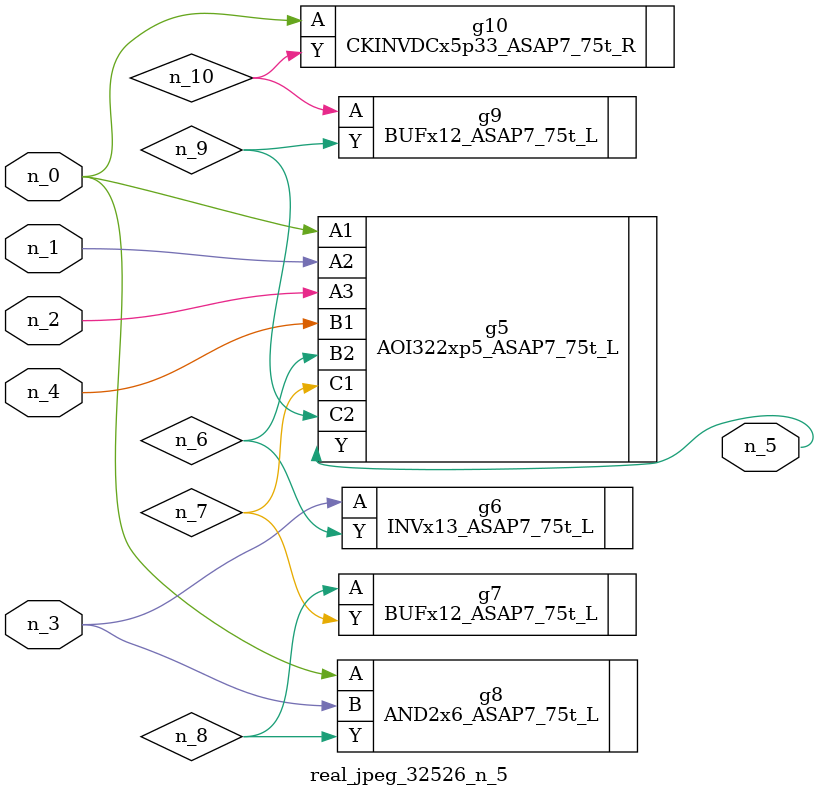
<source format=v>
module real_jpeg_32526_n_5 (n_4, n_0, n_1, n_2, n_3, n_5);

input n_4;
input n_0;
input n_1;
input n_2;
input n_3;

output n_5;

wire n_8;
wire n_6;
wire n_7;
wire n_10;
wire n_9;

AOI322xp5_ASAP7_75t_L g5 ( 
.A1(n_0),
.A2(n_1),
.A3(n_2),
.B1(n_4),
.B2(n_6),
.C1(n_7),
.C2(n_9),
.Y(n_5)
);

AND2x6_ASAP7_75t_L g8 ( 
.A(n_0),
.B(n_3),
.Y(n_8)
);

CKINVDCx5p33_ASAP7_75t_R g10 ( 
.A(n_0),
.Y(n_10)
);

INVx13_ASAP7_75t_L g6 ( 
.A(n_3),
.Y(n_6)
);

BUFx12_ASAP7_75t_L g7 ( 
.A(n_8),
.Y(n_7)
);

BUFx12_ASAP7_75t_L g9 ( 
.A(n_10),
.Y(n_9)
);


endmodule
</source>
